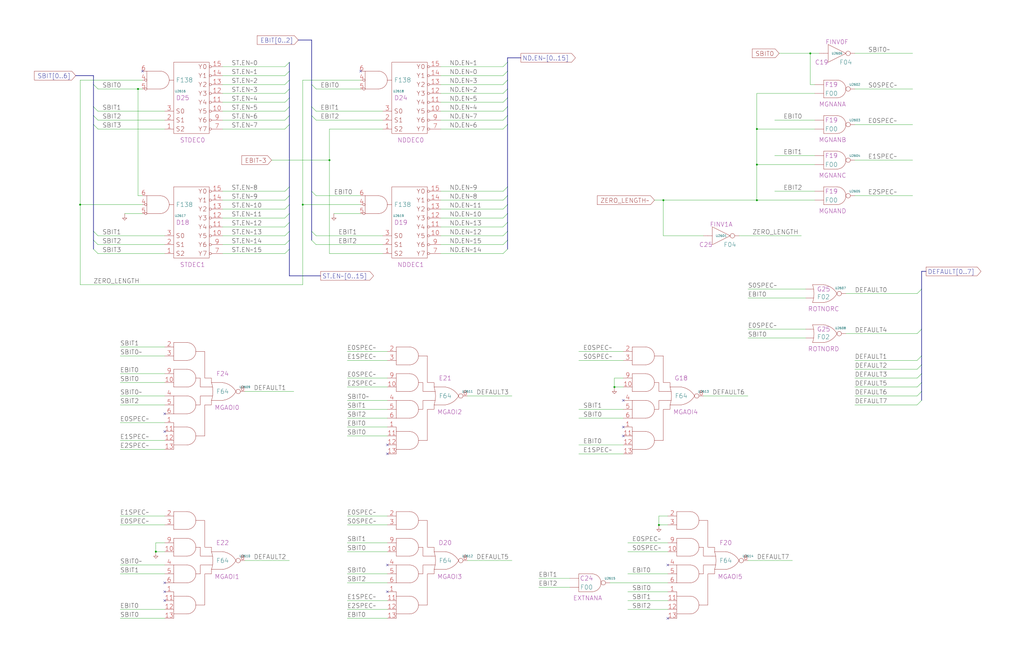
<source format=kicad_sch>
(kicad_sch (version 20230121) (generator eeschema)
  (paper "User" 584.2 378.46)
  (title_block (title "MERGE MASK BYTE CONTROL") (date "20-MAR-90") (rev "1.0") (comment 1 "FIU") (comment 2 "232-003065") (comment 3 "S400") (comment 4 "RELEASED"))
  (lib_symbols
    (symbol "r1000:F00" (pin_numbers hide) (pin_names hide)
      (property "Reference" "U" (at 15.24 0 0))
      (property "Value" "F00" (at 1.905 -5.08 0))
      (property "Location" "___" (at 1.905 0 0))
      (property "Name" "______" (at 2.54 -12.7 0))
      (symbol "F00_0_1"
        (polyline (pts (xy -2.54 -7.62) (xy 5.08 -7.62)) (stroke (width 0.1524)))
        (polyline (pts (xy -2.54 2.54) (xy -2.54 -7.62)) (stroke (width 0.1524)))
        (polyline (pts (xy -2.54 2.54) (xy 5.08 2.54)) (stroke (width 0.1524)))
        (arc (start 5.08 -7.62) (mid 10.1282 -2.54) (end 5.08 2.54) (stroke (width 0.1524)))
        (circle (center 11.43 -2.54) (radius 1.27) (stroke (width 0.1524)))
      )
      (symbol "F00_0_2"
        (circle (center -3.81 -5.08) (radius 1.27) (stroke (width 0.1524)))
        (circle (center -3.81 0) (radius 1.27) (stroke (width 0.1524)))
        (arc (start -3.175 -7.62) (mid -2.134 -2.54) (end -3.175 2.54) (stroke (width 0.1524)))
        (polyline (pts (xy -3.175 -7.62) (xy 3.81 -7.62)) (stroke (width 0.1524)))
        (polyline (pts (xy -3.175 2.54) (xy 3.81 2.54)) (stroke (width 0.1524)))
        (arc (start 3.81 -7.62) (mid 7.5855 -5.8306) (end 10.16 -2.54) (stroke (width 0.1524)))
        (arc (start 10.16 -2.54) (mid 7.5827 0.7471) (end 3.81 2.54) (stroke (width 0.1524)))
      )
      (symbol "F00_1_1"
        (pin input line (at -7.62 0 0) (length 5.08) (name "D0") (number "1"))
        (pin input line (at -7.62 -5.08 0) (length 5.08) (name "D1") (number "2"))
        (pin output line (at 15.24 -2.54 180) (length 2.54) (name "Q") (number "3"))
      )
      (symbol "F00_1_2"
        (pin input line (at -7.62 0 0) (length 2.54) (name "D0") (number "1"))
        (pin input line (at -7.62 -5.08 0) (length 2.54) (name "D1") (number "2"))
        (pin output line (at 15.24 -2.54 180) (length 5.08) (name "Q") (number "3"))
      )
    )
    (symbol "r1000:F02" (pin_numbers hide) (pin_names hide)
      (property "Reference" "U" (at 12.16 0.635 0))
      (property "Value" "F02" (at -1.27 -4.445 0))
      (property "Location" "___" (at 2.54 0 0))
      (property "Name" "______" (at 2.54 -12.7 0))
      (symbol "F02_0_1"
        (arc (start -3.81 -7.62) (mid -2.9847 -2.54) (end -3.81 2.54) (stroke (width 0.1524)))
        (polyline (pts (xy -5.08 -5.08) (xy -3.175 -5.08)) (stroke (width 0.1524)))
        (polyline (pts (xy -5.08 0) (xy -3.175 0)) (stroke (width 0.1524)))
        (polyline (pts (xy -3.81 -7.62) (xy 2.54 -7.62)) (stroke (width 0.1524)))
        (polyline (pts (xy -3.81 2.54) (xy 2.54 2.54)) (stroke (width 0.1524)))
        (polyline (pts (xy 13.97 -2.54) (xy 12.7 -2.54)) (stroke (width 0.1524)))
        (arc (start 2.54 -7.62) (mid 6.9515 -5.9823) (end 10.16 -2.54) (stroke (width 0.1524)))
        (arc (start 10.16 -2.54) (mid 6.9478 0.8966) (end 2.54 2.54) (stroke (width 0.1524)))
        (circle (center 11.43 -2.54) (radius 1.27) (stroke (width 0.1524)))
      )
      (symbol "F02_0_2"
        (circle (center -3.81 -5.08) (radius 1.27) (stroke (width 0.1524)))
        (circle (center -3.81 0) (radius 1.27) (stroke (width 0.1524)))
        (polyline (pts (xy -2.54 -7.62) (xy 5.08 -7.62)) (stroke (width 0.1524)))
        (polyline (pts (xy -2.54 2.54) (xy -2.54 -7.62)) (stroke (width 0.1524)))
        (polyline (pts (xy -2.54 2.54) (xy 5.08 2.54)) (stroke (width 0.1524)))
        (polyline (pts (xy 11.43 -2.54) (xy 10.16 -2.54)) (stroke (width 0.1524)))
        (polyline (pts (xy 11.43 -2.54) (xy 12.7 -2.54)) (stroke (width 0.1524)))
        (arc (start 5.08 -7.62) (mid 10.1282 -2.54) (end 5.08 2.54) (stroke (width 0.1524)))
      )
      (symbol "F02_1_1"
        (pin input line (at -7.62 0 0) (length 2.54) (name "D0") (number "1"))
        (pin input line (at -7.62 -5.08 0) (length 2.54) (name "D1") (number "2"))
        (pin output line (at 15.24 -2.54 180) (length 1.27) (name "Q") (number "3"))
      )
      (symbol "F02_1_2"
        (pin input line (at -7.62 0 0) (length 2.54) (name "D0") (number "1"))
        (pin input line (at -7.62 -5.08 0) (length 2.54) (name "D1") (number "2"))
        (pin output line (at 15.24 -2.54 180) (length 2.54) (name "Q") (number "3"))
      )
    )
    (symbol "r1000:F04" (pin_numbers hide) (pin_names hide)
      (property "Reference" "U" (at 0 0 0))
      (property "Value" "F04" (at 1.27 -5.08 0))
      (property "Location" "___" (at -12.7 -5.08 0))
      (property "Name" "______" (at 0 5.08 0))
      (symbol "F04_0_1"
        (polyline (pts (xy -7.62 0) (xy -5.08 0)) (stroke (width 0.1524)))
        (polyline (pts (xy -5.08 5.08) (xy -5.08 -5.08)) (stroke (width 0.1524)))
        (polyline (pts (xy 5.08 0) (xy -5.08 -5.08)) (stroke (width 0.1524)))
        (polyline (pts (xy 5.08 0) (xy -5.08 5.08)) (stroke (width 0.1524)))
        (circle (center 6.35 0) (radius 1.27) (stroke (width 0.1524)))
      )
      (symbol "F04_1_1"
        (pin input line (at -10.16 0 0) (length 2.54) (name "D0") (number "1"))
        (pin output line (at 10.16 0 180) (length 2.54) (name "Q") (number "2"))
      )
    )
    (symbol "r1000:F138" (pin_names (offset 1.016) hide)
      (property "Reference" "U" (at 1.27 3.81 0))
      (property "Value" "F138" (at -1.27 10.16 0))
      (property "Location" "___" (at -1.27 0 0))
      (property "Name" "______" (at 8.255 -24.13 0))
      (symbol "F138_0_0"
        (arc (start -10.16 5.08) (mid -6.5679 6.5679) (end -5.08 10.16) (stroke (width 0.1524)))
        (arc (start -5.08 10.16) (mid -6.5679 13.7521) (end -10.16 15.24) (stroke (width 0.1524)))
        (polyline (pts (xy -17.78 5.08) (xy -10.16 5.08)) (stroke (width 0.1524)))
        (polyline (pts (xy -17.78 15.24) (xy -10.16 15.24)) (stroke (width 0.1524)))
      )
      (symbol "F138_0_1"
        (circle (center -18.415 5.08) (radius 0.635) (stroke (width 0.1524)))
        (circle (center -18.415 10.16) (radius 0.635) (stroke (width 0.1524)))
        (rectangle (start -2.54 20.32) (end 17.78 -20.32) (stroke (width 0.1524)))
        (polyline (pts (xy -19.05 15.24) (xy -17.78 15.24)) (stroke (width 0.1524)))
        (polyline (pts (xy -17.78 15.24) (xy -17.78 5.08)) (stroke (width 0.1524)))
        (polyline (pts (xy -2.54 10.16) (xy -5.08 10.16)) (stroke (width 0.1524)))
      )
      (symbol "F138_1_1"
        (circle (center 18.415 -17.78) (radius 0.635))
        (circle (center 18.415 -12.7) (radius 0.635))
        (circle (center 18.415 -7.62) (radius 0.635))
        (circle (center 18.415 -2.54) (radius 0.635))
        (circle (center 18.415 2.54) (radius 0.635))
        (circle (center 18.415 7.62) (radius 0.635))
        (circle (center 18.415 12.7) (radius 0.635))
        (circle (center 18.415 17.78) (radius 0.635))
        (text "0" (at 2.54 -7.62 0) (effects (font (size 2.54 2.54))))
        (text "0" (at 15.24 17.78 0) (effects (font (size 2.54 2.54))))
        (text "1" (at 2.54 -12.7 0) (effects (font (size 2.54 2.54))))
        (text "1" (at 15.24 12.7 0) (effects (font (size 2.54 2.54))))
        (text "2" (at 2.54 -17.78 0) (effects (font (size 2.54 2.54))))
        (text "2" (at 15.24 7.62 0) (effects (font (size 2.54 2.54))))
        (text "3" (at 15.24 2.54 0) (effects (font (size 2.54 2.54))))
        (text "4" (at 15.24 -2.54 0) (effects (font (size 2.54 2.54))))
        (text "5" (at 15.24 -7.62 0) (effects (font (size 2.54 2.54))))
        (text "6" (at 15.24 -12.7 0) (effects (font (size 2.54 2.54))))
        (text "7" (at 15.24 -17.78 0) (effects (font (size 2.54 2.54))))
        (text "S" (at 0 -17.78 0) (effects (font (size 2.54 2.54))))
        (text "S" (at 0 -12.7 0) (effects (font (size 2.54 2.54))))
        (text "S" (at 0 -7.62 0) (effects (font (size 2.54 2.54))))
        (text "Y" (at 12.7 -17.78 0) (effects (font (size 2.54 2.54))))
        (text "Y" (at 12.7 -12.7 0) (effects (font (size 2.54 2.54))))
        (text "Y" (at 12.7 -7.62 0) (effects (font (size 2.54 2.54))))
        (text "Y" (at 12.7 -2.54 0) (effects (font (size 2.54 2.54))))
        (text "Y" (at 12.7 2.54 0) (effects (font (size 2.54 2.54))))
        (text "Y" (at 12.7 7.62 0) (effects (font (size 2.54 2.54))))
        (text "Y" (at 12.7 12.7 0) (effects (font (size 2.54 2.54))))
        (text "Y" (at 12.7 17.78 0) (effects (font (size 2.54 2.54))))
        (pin input line (at -7.62 -17.78 0) (length 5.08) (name "S2") (number "1"))
        (pin output line (at 25.4 -7.62 180) (length 6.35) (name "Y5_") (number "10"))
        (pin output line (at 25.4 -2.54 180) (length 6.35) (name "Y4_") (number "11"))
        (pin output line (at 25.4 2.54 180) (length 6.35) (name "Y3_") (number "12"))
        (pin output line (at 25.4 7.62 180) (length 6.35) (name "Y2_") (number "13"))
        (pin output line (at 25.4 12.7 180) (length 6.35) (name "Y1_") (number "14"))
        (pin output line (at 25.4 17.78 180) (length 6.35) (name "Y0_") (number "15"))
        (pin input line (at -7.62 -12.7 0) (length 5.08) (name "S1") (number "2"))
        (pin input line (at -7.62 -7.62 0) (length 5.08) (name "S0") (number "3"))
        (pin input line (at -20.32 10.16 0) (length 1.27) (name "D1") (number "4"))
        (pin input line (at -20.32 5.08 0) (length 1.27) (name "D2") (number "5"))
        (pin input line (at -20.32 15.24 0) (length 1.27) (name "D0") (number "6"))
        (pin output line (at 25.4 -17.78 180) (length 6.35) (name "Y7_") (number "7"))
        (pin output line (at 25.4 -12.7 180) (length 6.35) (name "Y6_") (number "9"))
      )
    )
    (symbol "r1000:F64" (pin_names hide)
      (property "Reference" "U" (at 15.24 2.54 0))
      (property "Value" "F64" (at 2.54 0 0))
      (property "Location" "___" (at 2.54 10.16 0))
      (property "Name" "______" (at 5.08 -10.62 0))
      (symbol "F64_0_0"
        (arc (start -17.78 -30.48) (mid -14.1879 -28.9921) (end -12.7 -25.4) (stroke (width 0.1524)))
        (arc (start -17.78 -12.7) (mid -14.1879 -11.2121) (end -12.7 -7.62) (stroke (width 0.1524)))
        (arc (start -17.78 2.54) (mid -14.1879 4.0279) (end -12.7 7.62) (stroke (width 0.1524)))
        (arc (start -17.78 17.78) (mid -14.1879 19.2679) (end -12.7 22.86) (stroke (width 0.1524)))
        (arc (start -12.7 -25.4) (mid -14.1879 -21.8079) (end -17.78 -20.32) (stroke (width 0.1524)))
        (arc (start -12.7 -7.62) (mid -14.1879 -4.0279) (end -17.78 -2.54) (stroke (width 0.1524)))
        (arc (start -12.7 7.62) (mid -14.1879 11.2121) (end -17.78 12.7) (stroke (width 0.1524)))
        (arc (start -12.7 22.86) (mid -14.1879 26.4521) (end -17.78 27.94) (stroke (width 0.1524)))
        (arc (start -3.8173 -5.08) (mid -2.9926 0) (end -3.8173 5.08) (stroke (width 0.1524)))
        (polyline (pts (xy -25.4 -30.48) (xy -17.78 -30.48)) (stroke (width 0.1524)))
        (polyline (pts (xy -25.4 -20.32) (xy -17.78 -20.32)) (stroke (width 0.1524)))
        (polyline (pts (xy -25.4 -12.7) (xy -17.78 -12.7)) (stroke (width 0.1524)))
        (polyline (pts (xy -25.4 -2.54) (xy -17.78 -2.54)) (stroke (width 0.1524)))
        (polyline (pts (xy -25.4 2.54) (xy -17.78 2.54)) (stroke (width 0.1524)))
        (polyline (pts (xy -25.4 12.7) (xy -17.78 12.7)) (stroke (width 0.1524)))
        (polyline (pts (xy -25.4 17.78) (xy -17.78 17.78)) (stroke (width 0.1524)))
        (polyline (pts (xy -25.4 27.94) (xy -17.78 27.94)) (stroke (width 0.1524)))
        (polyline (pts (xy -3.81 -5.08) (xy 2.54 -5.08)) (stroke (width 0.1524)))
        (polyline (pts (xy -3.81 5.08) (xy 2.54 5.08)) (stroke (width 0.1524)))
        (arc (start 2.54 -5.08) (mid 6.9504 -3.4405) (end 10.16 0) (stroke (width 0.1524)))
        (arc (start 10.16 0) (mid 6.9516 3.4424) (end 2.54 5.08) (stroke (width 0.1524)))
        (circle (center 11.43 0) (radius 1.27) (stroke (width 0.1524)))
      )
      (symbol "F64_0_1"
        (polyline (pts (xy -25.4 -33.02) (xy -25.4 -30.48)) (stroke (width 0.1524)))
        (polyline (pts (xy -25.4 -20.32) (xy -25.4 -30.48)) (stroke (width 0.1524)))
        (polyline (pts (xy -25.4 -17.78) (xy -25.4 -20.32)) (stroke (width 0.1524)))
        (polyline (pts (xy -25.4 -2.54) (xy -25.4 -12.7)) (stroke (width 0.1524)))
        (polyline (pts (xy -25.4 12.7) (xy -25.4 2.54)) (stroke (width 0.1524)))
        (polyline (pts (xy -25.4 27.94) (xy -25.4 17.78)) (stroke (width 0.1524)))
        (polyline (pts (xy -12.7 -7.62) (xy -12.7 -7.62)) (stroke (width 0.1524)))
        (polyline (pts (xy -5.08 -2.54) (xy -3.175 -2.54)) (stroke (width 0.1524)))
        (polyline (pts (xy -5.08 2.54) (xy -3.175 2.54)) (stroke (width 0.1524)))
        (polyline (pts (xy -12.7 -7.62) (xy -10.16 -7.62) (xy -10.16 -2.54) (xy -5.08 -2.54)) (stroke (width 0.1524)))
        (polyline (pts (xy -12.7 7.62) (xy -10.16 7.62) (xy -10.16 2.54) (xy -5.08 2.54)) (stroke (width 0.1524)))
        (polyline (pts (xy -3.81 -5.08) (xy -3.81 -7.62) (xy -7.62 -7.62) (xy -7.62 -25.4) (xy -12.7 -25.4)) (stroke (width 0.1524)))
        (polyline (pts (xy -3.81 5.08) (xy -3.81 7.62) (xy -7.62 7.62) (xy -7.62 22.86) (xy -12.7 22.86)) (stroke (width 0.1524)))
      )
      (symbol "F64_1_1"
        (pin input line (at -30.48 -17.78 0) (length 5.08) (name "D0") (number "1"))
        (pin input line (at -30.48 5.08 0) (length 5.08) (name "B1") (number "10"))
        (pin input line (at -30.48 -22.86 0) (length 5.08) (name "D1") (number "11"))
        (pin input line (at -30.48 -27.94 0) (length 5.08) (name "D2") (number "12"))
        (pin input line (at -30.48 -33.02 0) (length 5.08) (name "D3") (number "13"))
        (pin input line (at -30.48 25.4 0) (length 5.08) (name "A0") (number "2"))
        (pin input line (at -30.48 20.32 0) (length 5.08) (name "A1") (number "3"))
        (pin input line (at -30.48 -2.54 0) (length 5.08) (name "C0") (number "4"))
        (pin input line (at -30.48 -7.62 0) (length 5.08) (name "C1") (number "5"))
        (pin input line (at -30.48 -12.7 0) (length 5.08) (name "C2") (number "6"))
        (pin output line (at 15.24 0 180) (length 2.54) (name "Q") (number "8"))
        (pin input line (at -30.48 10.16 0) (length 5.08) (name "B0") (number "9"))
      )
    )
    (symbol "r1000:PD" (power) (pin_numbers hide) (pin_names hide) (in_bom no)
      (symbol "PD_0_1"
        (polyline (pts (xy 0 -2.54) (xy 1.27 -2.54) (xy 0 -3.81) (xy -1.27 -2.54) (xy 0 -2.54)) (stroke (width 0.1524)))
      )
      (symbol "PD_1_1"
        (pin power_in line (at 0 0 270) (length 2.54) (name "PD") (number "1"))
      )
    )
  )
  (junction (at 172.72 116.84))
  (junction (at 187.96 91.44))
  (junction (at 78.74 50.8))
  (junction (at 375.92 299.72))
  (junction (at 88.9 314.96))
  (junction (at 462.28 30.48))
  (junction (at 431.8 73.66))
  (junction (at 431.8 114.3))
  (junction (at 378.46 114.3))
  (junction (at 45.72 116.84))
  (junction (at 431.8 93.98))
  (junction (at 350.52 220.98))
  (no_connect (at 93.98 236.22))
  (no_connect (at 355.6 248.92))
  (no_connect (at 355.6 243.84))
  (no_connect (at 205.74 40.64))
  (no_connect (at 220.98 259.08))
  (no_connect (at 93.98 342.9))
  (no_connect (at 220.98 322.58))
  (no_connect (at 93.98 332.74))
  (no_connect (at 93.98 337.82))
  (no_connect (at 81.28 40.64))
  (no_connect (at 220.98 337.82))
  (no_connect (at 220.98 254))
  (no_connect (at 355.6 228.6))
  (no_connect (at 381 322.58))
  (no_connect (at 93.98 246.38))
  (no_connect (at 381 353.06))
  (bus_entry (at 165.1 60.96) (size -2.54 2.54))
  (bus_entry (at 525.78 165.1) (size -2.54 2.54))
  (bus_entry (at 289.56 106.68) (size -2.54 2.54))
  (bus_entry (at 165.1 137.16) (size -2.54 2.54))
  (bus_entry (at 53.34 142.24) (size 2.54 2.54))
  (bus_entry (at 289.56 50.8) (size -2.54 2.54))
  (bus_entry (at 53.34 71.12) (size 2.54 2.54))
  (bus_entry (at 525.78 187.96) (size -2.54 2.54))
  (bus_entry (at 525.78 208.28) (size -2.54 2.54))
  (bus_entry (at 165.1 121.92) (size -2.54 2.54))
  (bus_entry (at 53.34 48.26) (size 2.54 2.54))
  (bus_entry (at 289.56 60.96) (size -2.54 2.54))
  (bus_entry (at 289.56 127) (size -2.54 2.54))
  (bus_entry (at 53.34 132.08) (size 2.54 2.54))
  (bus_entry (at 289.56 137.16) (size -2.54 2.54))
  (bus_entry (at 53.34 60.96) (size 2.54 2.54))
  (bus_entry (at 165.1 66.04) (size -2.54 2.54))
  (bus_entry (at 289.56 142.24) (size -2.54 2.54))
  (bus_entry (at 289.56 40.64) (size -2.54 2.54))
  (bus_entry (at 165.1 111.76) (size -2.54 2.54))
  (bus_entry (at 165.1 132.08) (size -2.54 2.54))
  (bus_entry (at 165.1 116.84) (size -2.54 2.54))
  (bus_entry (at 289.56 121.92) (size -2.54 2.54))
  (bus_entry (at 165.1 40.64) (size -2.54 2.54))
  (bus_entry (at 177.8 48.26) (size 2.54 2.54))
  (bus_entry (at 165.1 142.24) (size -2.54 2.54))
  (bus_entry (at 177.8 137.16) (size 2.54 2.54))
  (bus_entry (at 165.1 50.8) (size -2.54 2.54))
  (bus_entry (at 165.1 55.88) (size -2.54 2.54))
  (bus_entry (at 525.78 218.44) (size -2.54 2.54))
  (bus_entry (at 289.56 55.88) (size -2.54 2.54))
  (bus_entry (at 525.78 213.36) (size -2.54 2.54))
  (bus_entry (at 53.34 137.16) (size 2.54 2.54))
  (bus_entry (at 165.1 45.72) (size -2.54 2.54))
  (bus_entry (at 53.34 66.04) (size 2.54 2.54))
  (bus_entry (at 177.8 109.22) (size 2.54 2.54))
  (bus_entry (at 525.78 228.6) (size -2.54 2.54))
  (bus_entry (at 165.1 71.12) (size -2.54 2.54))
  (bus_entry (at 289.56 35.56) (size -2.54 2.54))
  (bus_entry (at 177.8 60.96) (size 2.54 2.54))
  (bus_entry (at 177.8 66.04) (size 2.54 2.54))
  (bus_entry (at 289.56 111.76) (size -2.54 2.54))
  (bus_entry (at 289.56 45.72) (size -2.54 2.54))
  (bus_entry (at 525.78 223.52) (size -2.54 2.54))
  (bus_entry (at 165.1 127) (size -2.54 2.54))
  (bus_entry (at 289.56 66.04) (size -2.54 2.54))
  (bus_entry (at 289.56 116.84) (size -2.54 2.54))
  (bus_entry (at 289.56 132.08) (size -2.54 2.54))
  (bus_entry (at 525.78 203.2) (size -2.54 2.54))
  (bus_entry (at 289.56 71.12) (size -2.54 2.54))
  (bus_entry (at 165.1 35.56) (size -2.54 2.54))
  (bus_entry (at 177.8 132.08) (size 2.54 2.54))
  (bus_entry (at 165.1 106.68) (size -2.54 2.54))
  (wire (pts (xy 68.58 203.2) (xy 93.98 203.2)))
  (bus (pts (xy 289.56 132.08) (xy 289.56 137.16)))
  (bus (pts (xy 289.56 121.92) (xy 289.56 127)))
  (bus (pts (xy 43.18 43.18) (xy 53.34 43.18)))
  (wire (pts (xy 218.44 73.66) (xy 187.96 73.66)))
  (wire (pts (xy 441.96 68.58) (xy 464.82 68.58)))
  (wire (pts (xy 375.92 294.64) (xy 375.92 299.72)))
  (bus (pts (xy 165.1 157.48) (xy 182.88 157.48)))
  (wire (pts (xy 251.46 48.26) (xy 287.02 48.26)))
  (bus (pts (xy 525.78 223.52) (xy 525.78 228.6)))
  (wire (pts (xy 375.92 299.72) (xy 381 299.72)))
  (wire (pts (xy 68.58 327.66) (xy 93.98 327.66)))
  (wire (pts (xy 180.34 68.58) (xy 218.44 68.58)))
  (wire (pts (xy 482.6 167.64) (xy 523.24 167.64)))
  (wire (pts (xy 464.82 53.34) (xy 431.8 53.34)))
  (wire (pts (xy 172.72 45.72) (xy 205.74 45.72)))
  (wire (pts (xy 251.46 134.62) (xy 287.02 134.62)))
  (wire (pts (xy 330.2 238.76) (xy 355.6 238.76)))
  (wire (pts (xy 127 139.7) (xy 162.56 139.7)))
  (wire (pts (xy 431.8 93.98) (xy 431.8 114.3)))
  (wire (pts (xy 198.12 248.92) (xy 220.98 248.92)))
  (wire (pts (xy 251.46 53.34) (xy 287.02 53.34)))
  (bus (pts (xy 289.56 33.02) (xy 289.56 35.56)))
  (wire (pts (xy 127 43.18) (xy 162.56 43.18)))
  (wire (pts (xy 218.44 144.78) (xy 187.96 144.78)))
  (wire (pts (xy 251.46 68.58) (xy 287.02 68.58)))
  (wire (pts (xy 381 327.66) (xy 358.14 327.66)))
  (wire (pts (xy 378.46 114.3) (xy 431.8 114.3)))
  (bus (pts (xy 289.56 66.04) (xy 289.56 71.12)))
  (wire (pts (xy 431.8 73.66) (xy 431.8 93.98)))
  (wire (pts (xy 421.64 134.62) (xy 457.2 134.62)))
  (wire (pts (xy 55.88 73.66) (xy 93.98 73.66)))
  (wire (pts (xy 81.28 45.72) (xy 45.72 45.72)))
  (wire (pts (xy 68.58 353.06) (xy 93.98 353.06)))
  (bus (pts (xy 165.1 111.76) (xy 165.1 116.84)))
  (wire (pts (xy 68.58 347.98) (xy 93.98 347.98)))
  (wire (pts (xy 358.14 347.98) (xy 381 347.98)))
  (wire (pts (xy 198.12 314.96) (xy 220.98 314.96)))
  (bus (pts (xy 289.56 33.02) (xy 297.18 33.02)))
  (wire (pts (xy 93.98 226.06) (xy 68.58 226.06)))
  (wire (pts (xy 93.98 299.72) (xy 68.58 299.72)))
  (wire (pts (xy 68.58 251.46) (xy 93.98 251.46)))
  (wire (pts (xy 55.88 139.7) (xy 93.98 139.7)))
  (wire (pts (xy 198.12 299.72) (xy 220.98 299.72)))
  (bus (pts (xy 53.34 60.96) (xy 53.34 66.04)))
  (bus (pts (xy 525.78 154.94) (xy 525.78 165.1)))
  (bus (pts (xy 177.8 60.96) (xy 177.8 66.04)))
  (wire (pts (xy 330.2 259.08) (xy 355.6 259.08)))
  (wire (pts (xy 127 58.42) (xy 162.56 58.42)))
  (wire (pts (xy 251.46 38.1) (xy 287.02 38.1)))
  (bus (pts (xy 289.56 50.8) (xy 289.56 55.88)))
  (wire (pts (xy 198.12 233.68) (xy 220.98 233.68)))
  (wire (pts (xy 127 129.54) (xy 162.56 129.54)))
  (wire (pts (xy 431.8 114.3) (xy 464.82 114.3)))
  (bus (pts (xy 53.34 43.18) (xy 53.34 48.26)))
  (wire (pts (xy 198.12 220.98) (xy 220.98 220.98)))
  (wire (pts (xy 190.5 121.92) (xy 205.74 121.92)))
  (wire (pts (xy 71.12 121.92) (xy 81.28 121.92)))
  (wire (pts (xy 127 73.66) (xy 162.56 73.66)))
  (bus (pts (xy 165.1 116.84) (xy 165.1 121.92)))
  (bus (pts (xy 177.8 22.86) (xy 177.8 48.26)))
  (wire (pts (xy 198.12 238.76) (xy 220.98 238.76)))
  (wire (pts (xy 127 124.46) (xy 162.56 124.46)))
  (bus (pts (xy 165.1 60.96) (xy 165.1 66.04)))
  (bus (pts (xy 177.8 48.26) (xy 177.8 60.96)))
  (bus (pts (xy 289.56 55.88) (xy 289.56 60.96)))
  (wire (pts (xy 401.32 226.06) (xy 426.72 226.06)))
  (wire (pts (xy 464.82 48.26) (xy 462.28 48.26)))
  (wire (pts (xy 355.6 215.9) (xy 350.52 215.9)))
  (bus (pts (xy 289.56 106.68) (xy 289.56 111.76)))
  (wire (pts (xy 251.46 58.42) (xy 287.02 58.42)))
  (wire (pts (xy 139.7 320.04) (xy 165.1 320.04)))
  (bus (pts (xy 165.1 40.64) (xy 165.1 45.72)))
  (bus (pts (xy 525.78 208.28) (xy 525.78 213.36)))
  (wire (pts (xy 462.28 30.48) (xy 462.28 48.26)))
  (wire (pts (xy 487.68 215.9) (xy 523.24 215.9)))
  (wire (pts (xy 205.74 116.84) (xy 172.72 116.84)))
  (bus (pts (xy 165.1 121.92) (xy 165.1 127)))
  (bus (pts (xy 289.56 137.16) (xy 289.56 142.24)))
  (wire (pts (xy 251.46 109.22) (xy 287.02 109.22)))
  (wire (pts (xy 93.98 294.64) (xy 68.58 294.64)))
  (bus (pts (xy 177.8 66.04) (xy 177.8 109.22)))
  (wire (pts (xy 187.96 144.78) (xy 187.96 91.44)))
  (wire (pts (xy 266.7 226.06) (xy 292.1 226.06)))
  (wire (pts (xy 180.34 134.62) (xy 218.44 134.62)))
  (wire (pts (xy 251.46 114.3) (xy 287.02 114.3)))
  (bus (pts (xy 165.1 66.04) (xy 165.1 71.12)))
  (wire (pts (xy 330.2 254) (xy 355.6 254)))
  (wire (pts (xy 172.72 116.84) (xy 172.72 162.56)))
  (wire (pts (xy 198.12 353.06) (xy 220.98 353.06)))
  (bus (pts (xy 53.34 66.04) (xy 53.34 71.12)))
  (wire (pts (xy 426.72 170.18) (xy 459.74 170.18)))
  (wire (pts (xy 350.52 220.98) (xy 355.6 220.98)))
  (wire (pts (xy 487.68 220.98) (xy 523.24 220.98)))
  (wire (pts (xy 198.12 200.66) (xy 220.98 200.66)))
  (wire (pts (xy 350.52 215.9) (xy 350.52 220.98)))
  (bus (pts (xy 53.34 132.08) (xy 53.34 137.16)))
  (bus (pts (xy 289.56 127) (xy 289.56 132.08)))
  (wire (pts (xy 330.2 205.74) (xy 355.6 205.74)))
  (bus (pts (xy 165.1 132.08) (xy 165.1 137.16)))
  (wire (pts (xy 127 38.1) (xy 162.56 38.1)))
  (wire (pts (xy 180.34 111.76) (xy 205.74 111.76)))
  (bus (pts (xy 165.1 142.24) (xy 165.1 157.48)))
  (wire (pts (xy 127 53.34) (xy 162.56 53.34)))
  (wire (pts (xy 198.12 332.74) (xy 220.98 332.74)))
  (wire (pts (xy 487.68 111.76) (xy 520.7 111.76)))
  (bus (pts (xy 165.1 50.8) (xy 165.1 55.88)))
  (wire (pts (xy 358.14 309.88) (xy 381 309.88)))
  (wire (pts (xy 88.9 309.88) (xy 88.9 314.96)))
  (wire (pts (xy 307.34 335.28) (xy 325.12 335.28)))
  (wire (pts (xy 220.98 327.66) (xy 198.12 327.66)))
  (wire (pts (xy 487.68 50.8) (xy 520.7 50.8)))
  (wire (pts (xy 68.58 213.36) (xy 93.98 213.36)))
  (bus (pts (xy 53.34 48.26) (xy 53.34 60.96)))
  (wire (pts (xy 347.98 332.74) (xy 381 332.74)))
  (bus (pts (xy 525.78 154.94) (xy 528.32 154.94)))
  (wire (pts (xy 127 109.22) (xy 162.56 109.22)))
  (wire (pts (xy 220.98 294.64) (xy 198.12 294.64)))
  (wire (pts (xy 431.8 93.98) (xy 464.82 93.98)))
  (wire (pts (xy 482.6 190.5) (xy 523.24 190.5)))
  (wire (pts (xy 127 114.3) (xy 162.56 114.3)))
  (wire (pts (xy 172.72 45.72) (xy 172.72 116.84)))
  (wire (pts (xy 251.46 63.5) (xy 287.02 63.5)))
  (wire (pts (xy 68.58 322.58) (xy 93.98 322.58)))
  (wire (pts (xy 81.28 111.76) (xy 78.74 111.76)))
  (wire (pts (xy 251.46 73.66) (xy 287.02 73.66)))
  (wire (pts (xy 444.5 30.48) (xy 462.28 30.48)))
  (wire (pts (xy 127 63.5) (xy 162.56 63.5)))
  (wire (pts (xy 426.72 193.04) (xy 459.74 193.04)))
  (bus (pts (xy 165.1 55.88) (xy 165.1 60.96)))
  (bus (pts (xy 165.1 35.56) (xy 165.1 40.64)))
  (wire (pts (xy 330.2 233.68) (xy 355.6 233.68)))
  (wire (pts (xy 45.72 162.56) (xy 172.72 162.56)))
  (wire (pts (xy 431.8 53.34) (xy 431.8 73.66)))
  (wire (pts (xy 127 144.78) (xy 162.56 144.78)))
  (wire (pts (xy 45.72 116.84) (xy 45.72 162.56)))
  (wire (pts (xy 78.74 111.76) (xy 78.74 50.8)))
  (wire (pts (xy 358.14 314.96) (xy 381 314.96)))
  (wire (pts (xy 127 68.58) (xy 162.56 68.58)))
  (wire (pts (xy 426.72 320.04) (xy 452.12 320.04)))
  (wire (pts (xy 127 48.26) (xy 162.56 48.26)))
  (wire (pts (xy 68.58 256.54) (xy 93.98 256.54)))
  (wire (pts (xy 198.12 205.74) (xy 220.98 205.74)))
  (bus (pts (xy 525.78 187.96) (xy 525.78 203.2)))
  (wire (pts (xy 127 134.62) (xy 162.56 134.62)))
  (wire (pts (xy 55.88 63.5) (xy 93.98 63.5)))
  (bus (pts (xy 525.78 218.44) (xy 525.78 223.52)))
  (bus (pts (xy 525.78 165.1) (xy 525.78 187.96)))
  (wire (pts (xy 68.58 198.12) (xy 93.98 198.12)))
  (wire (pts (xy 55.88 68.58) (xy 93.98 68.58)))
  (wire (pts (xy 487.68 210.82) (xy 523.24 210.82)))
  (wire (pts (xy 55.88 134.62) (xy 93.98 134.62)))
  (wire (pts (xy 441.96 88.9) (xy 464.82 88.9)))
  (bus (pts (xy 289.56 71.12) (xy 289.56 106.68)))
  (wire (pts (xy 198.12 309.88) (xy 220.98 309.88)))
  (wire (pts (xy 426.72 165.1) (xy 459.74 165.1)))
  (wire (pts (xy 55.88 144.78) (xy 93.98 144.78)))
  (bus (pts (xy 289.56 45.72) (xy 289.56 50.8)))
  (wire (pts (xy 68.58 218.44) (xy 93.98 218.44)))
  (wire (pts (xy 330.2 200.66) (xy 355.6 200.66)))
  (bus (pts (xy 289.56 111.76) (xy 289.56 116.84)))
  (wire (pts (xy 93.98 309.88) (xy 88.9 309.88)))
  (wire (pts (xy 187.96 91.44) (xy 154.94 91.44)))
  (wire (pts (xy 266.7 320.04) (xy 292.1 320.04)))
  (wire (pts (xy 55.88 50.8) (xy 78.74 50.8)))
  (wire (pts (xy 78.74 50.8) (xy 81.28 50.8)))
  (wire (pts (xy 462.28 30.48) (xy 467.36 30.48)))
  (bus (pts (xy 165.1 71.12) (xy 165.1 106.68)))
  (wire (pts (xy 487.68 205.74) (xy 523.24 205.74)))
  (wire (pts (xy 68.58 231.14) (xy 93.98 231.14)))
  (wire (pts (xy 381 342.9) (xy 358.14 342.9)))
  (wire (pts (xy 198.12 228.6) (xy 220.98 228.6)))
  (bus (pts (xy 53.34 137.16) (xy 53.34 142.24)))
  (wire (pts (xy 401.32 134.62) (xy 378.46 134.62)))
  (wire (pts (xy 426.72 187.96) (xy 459.74 187.96)))
  (wire (pts (xy 45.72 45.72) (xy 45.72 116.84)))
  (wire (pts (xy 139.7 223.52) (xy 167.64 223.52)))
  (bus (pts (xy 165.1 137.16) (xy 165.1 142.24)))
  (wire (pts (xy 187.96 73.66) (xy 187.96 91.44)))
  (wire (pts (xy 307.34 330.2) (xy 325.12 330.2)))
  (bus (pts (xy 165.1 45.72) (xy 165.1 50.8)))
  (bus (pts (xy 289.56 116.84) (xy 289.56 121.92)))
  (wire (pts (xy 45.72 116.84) (xy 81.28 116.84)))
  (bus (pts (xy 525.78 203.2) (xy 525.78 208.28)))
  (wire (pts (xy 251.46 129.54) (xy 287.02 129.54)))
  (wire (pts (xy 378.46 134.62) (xy 378.46 114.3)))
  (wire (pts (xy 127 119.38) (xy 162.56 119.38)))
  (bus (pts (xy 177.8 132.08) (xy 177.8 137.16)))
  (wire (pts (xy 198.12 243.84) (xy 220.98 243.84)))
  (wire (pts (xy 220.98 342.9) (xy 198.12 342.9)))
  (bus (pts (xy 177.8 109.22) (xy 177.8 132.08)))
  (bus (pts (xy 53.34 71.12) (xy 53.34 132.08)))
  (bus (pts (xy 289.56 40.64) (xy 289.56 45.72)))
  (wire (pts (xy 487.68 30.48) (xy 520.7 30.48)))
  (wire (pts (xy 441.96 109.22) (xy 464.82 109.22)))
  (bus (pts (xy 289.56 35.56) (xy 289.56 40.64)))
  (bus (pts (xy 289.56 60.96) (xy 289.56 66.04)))
  (wire (pts (xy 88.9 314.96) (xy 93.98 314.96)))
  (wire (pts (xy 487.68 231.14) (xy 523.24 231.14)))
  (wire (pts (xy 487.68 91.44) (xy 520.7 91.44)))
  (wire (pts (xy 487.68 71.12) (xy 520.7 71.12)))
  (bus (pts (xy 165.1 106.68) (xy 165.1 111.76)))
  (bus (pts (xy 170.18 22.86) (xy 177.8 22.86)))
  (wire (pts (xy 251.46 43.18) (xy 287.02 43.18)))
  (wire (pts (xy 251.46 124.46) (xy 287.02 124.46)))
  (wire (pts (xy 198.12 215.9) (xy 220.98 215.9)))
  (wire (pts (xy 180.34 63.5) (xy 218.44 63.5)))
  (wire (pts (xy 431.8 73.66) (xy 464.82 73.66)))
  (wire (pts (xy 180.34 50.8) (xy 205.74 50.8)))
  (wire (pts (xy 220.98 347.98) (xy 198.12 347.98)))
  (bus (pts (xy 165.1 127) (xy 165.1 132.08)))
  (wire (pts (xy 381 337.82) (xy 358.14 337.82)))
  (wire (pts (xy 68.58 241.3) (xy 93.98 241.3)))
  (wire (pts (xy 487.68 226.06) (xy 523.24 226.06)))
  (wire (pts (xy 180.34 139.7) (xy 218.44 139.7)))
  (wire (pts (xy 373.38 114.3) (xy 378.46 114.3)))
  (wire (pts (xy 381 294.64) (xy 375.92 294.64)))
  (wire (pts (xy 251.46 144.78) (xy 287.02 144.78)))
  (bus (pts (xy 525.78 213.36) (xy 525.78 218.44)))
  (wire (pts (xy 251.46 139.7) (xy 287.02 139.7)))
  (wire (pts (xy 251.46 119.38) (xy 287.02 119.38)))
  (label "ST.EN~10" (at 132.08 119.38 0) (effects (font (size 2.54 2.54))))
  (label "DEFAULT1" (at 144.78 223.52 0) (effects (font (size 2.54 2.54))))
  (label "EBIT0" (at 360.68 327.66 0) (effects (font (size 2.54 2.54))))
  (label "ND.EN~10" (at 256.54 124.46 0) (effects (font (size 2.54 2.54))))
  (label "SBIT0" (at 68.58 218.44 0) (effects (font (size 2.54 2.54))))
  (label "EBIT1" (at 307.34 330.2 0) (effects (font (size 2.54 2.54))))
  (label "E0SPEC~" (at 198.12 200.66 0) (effects (font (size 2.54 2.54))))
  (label "ND.EN~5" (at 256.54 58.42 0) (effects (font (size 2.54 2.54))))
  (label "ND.EN~7" (at 256.54 68.58 0) (effects (font (size 2.54 2.54))))
  (label "ND.EN~12" (at 256.54 134.62 0) (effects (font (size 2.54 2.54))))
  (label "ND.EN~9" (at 256.54 109.22 0) (effects (font (size 2.54 2.54))))
  (label "S0SPEC~" (at 426.72 165.1 0) (effects (font (size 2.54 2.54))))
  (label "EBIT0" (at 198.12 353.06 0) (effects (font (size 2.54 2.54))))
  (label "E2SPEC~" (at 495.3 111.76 0) (effects (font (size 2.54 2.54))))
  (label "SBIT0" (at 198.12 314.96 0) (effects (font (size 2.54 2.54))))
  (label "ZERO_LENGTH" (at 53.34 162.56 0) (effects (font (size 2.54 2.54))))
  (label "DEFAULT5" (at 487.68 220.98 0) (effects (font (size 2.54 2.54))))
  (label "EBIT1" (at 193.04 134.62 0) (effects (font (size 2.54 2.54))))
  (label "SBIT1" (at 332.74 233.68 0) (effects (font (size 2.54 2.54))))
  (label "ST.EN~5" (at 132.08 63.5 0) (effects (font (size 2.54 2.54))))
  (label "E0SPEC~" (at 68.58 241.3 0) (effects (font (size 2.54 2.54))))
  (label "SBIT0" (at 360.68 337.82 0) (effects (font (size 2.54 2.54))))
  (label "SBIT2" (at 58.42 139.7 0) (effects (font (size 2.54 2.54))))
  (label "SBIT3" (at 58.42 73.66 0) (effects (font (size 2.54 2.54))))
  (label "EBIT2" (at 182.88 68.58 0) (effects (font (size 2.54 2.54))))
  (label "SBIT0~" (at 198.12 228.6 0) (effects (font (size 2.54 2.54))))
  (label "S0SPEC~" (at 360.68 314.96 0) (effects (font (size 2.54 2.54))))
  (label "SBIT0~" (at 68.58 203.2 0) (effects (font (size 2.54 2.54))))
  (label "E0SPEC~" (at 332.74 200.66 0) (effects (font (size 2.54 2.54))))
  (label "SBIT2" (at 58.42 68.58 0) (effects (font (size 2.54 2.54))))
  (label "EBIT0" (at 447.04 68.58 0) (effects (font (size 2.54 2.54))))
  (label "S0SPEC~" (at 332.74 205.74 0) (effects (font (size 2.54 2.54))))
  (label "SBIT0~" (at 68.58 226.06 0) (effects (font (size 2.54 2.54))))
  (label "SBIT0" (at 198.12 248.92 0) (effects (font (size 2.54 2.54))))
  (label "E1SPEC~" (at 495.3 91.44 0) (effects (font (size 2.54 2.54))))
  (label "DEFAULT6" (at 487.68 226.06 0) (effects (font (size 2.54 2.54))))
  (label "E0SPEC~" (at 426.72 187.96 0) (effects (font (size 2.54 2.54))))
  (label "ND.EN~1" (at 256.54 38.1 0) (effects (font (size 2.54 2.54))))
  (label "ST.EN~13" (at 132.08 134.62 0) (effects (font (size 2.54 2.54))))
  (label "ST.EN~11" (at 132.08 124.46 0) (effects (font (size 2.54 2.54))))
  (label "SBIT1" (at 58.42 63.5 0) (effects (font (size 2.54 2.54))))
  (label "ND.EN~11" (at 256.54 119.38 0) (effects (font (size 2.54 2.54))))
  (label "E1SPEC~" (at 332.74 259.08 0) (effects (font (size 2.54 2.54))))
  (label "SBIT1" (at 68.58 198.12 0) (effects (font (size 2.54 2.54))))
  (label "ST.EN~14" (at 132.08 139.7 0) (effects (font (size 2.54 2.54))))
  (label "SBIT1" (at 198.12 233.68 0) (effects (font (size 2.54 2.54))))
  (label "E0SPEC~" (at 198.12 294.64 0) (effects (font (size 2.54 2.54))))
  (label "ND.EN~6" (at 256.54 73.66 0) (effects (font (size 2.54 2.54))))
  (label "E2SPEC~" (at 198.12 347.98 0) (effects (font (size 2.54 2.54))))
  (label "SBIT0" (at 58.42 50.8 0) (effects (font (size 2.54 2.54))))
  (label "SBIT2" (at 68.58 231.14 0) (effects (font (size 2.54 2.54))))
  (label "ND.EN~3" (at 256.54 48.26 0) (effects (font (size 2.54 2.54))))
  (label "S0SPEC~" (at 495.3 50.8 0) (effects (font (size 2.54 2.54))))
  (label "ND.EN~2" (at 256.54 53.34 0) (effects (font (size 2.54 2.54))))
  (label "DEFAULT2" (at 144.78 320.04 0) (effects (font (size 2.54 2.54))))
  (label "EBIT0" (at 426.72 170.18 0) (effects (font (size 2.54 2.54))))
  (label "DEFAULT7" (at 431.8 320.04 0) (effects (font (size 2.54 2.54))))
  (label "ST.EN~9" (at 132.08 114.3 0) (effects (font (size 2.54 2.54))))
  (label "E2SPEC~" (at 198.12 220.98 0) (effects (font (size 2.54 2.54))))
  (label "DEFAULT3" (at 271.78 226.06 0) (effects (font (size 2.54 2.54))))
  (label "ST.EN~15" (at 132.08 144.78 0) (effects (font (size 2.54 2.54))))
  (label "E1SPEC~" (at 198.12 205.74 0) (effects (font (size 2.54 2.54))))
  (label "SBIT2" (at 198.12 332.74 0) (effects (font (size 2.54 2.54))))
  (label "E0SPEC~" (at 68.58 299.72 0) (effects (font (size 2.54 2.54))))
  (label "SBIT0" (at 198.12 327.66 0) (effects (font (size 2.54 2.54))))
  (label "ND.EN~15" (at 256.54 139.7 0) (effects (font (size 2.54 2.54))))
  (label "SBIT0~" (at 495.3 30.48 0) (effects (font (size 2.54 2.54))))
  (label "ST.EN~7" (at 132.08 73.66 0) (effects (font (size 2.54 2.54))))
  (label "ND.EN~13" (at 256.54 129.54 0) (effects (font (size 2.54 2.54))))
  (label "DEFAULT4" (at 487.68 190.5 0) (effects (font (size 2.54 2.54))))
  (label "E0SPEC~" (at 198.12 215.9 0) (effects (font (size 2.54 2.54))))
  (label "EBIT2" (at 307.34 335.28 0) (effects (font (size 2.54 2.54))))
  (label "SBIT0" (at 332.74 238.76 0) (effects (font (size 2.54 2.54))))
  (label "SBIT3" (at 58.42 144.78 0) (effects (font (size 2.54 2.54))))
  (label "SBIT1" (at 68.58 327.66 0) (effects (font (size 2.54 2.54))))
  (label "ST.EN~1" (at 132.08 43.18 0) (effects (font (size 2.54 2.54))))
  (label "E0SPEC~" (at 360.68 309.88 0) (effects (font (size 2.54 2.54))))
  (label "ST.EN~2" (at 132.08 48.26 0) (effects (font (size 2.54 2.54))))
  (label "EBIT2" (at 447.04 109.22 0) (effects (font (size 2.54 2.54))))
  (label "DEFAULT6" (at 406.4 226.06 0) (effects (font (size 2.54 2.54))))
  (label "SBIT1" (at 360.68 342.9 0) (effects (font (size 2.54 2.54))))
  (label "SBIT1" (at 58.42 134.62 0) (effects (font (size 2.54 2.54))))
  (label "EBIT0" (at 198.12 243.84 0) (effects (font (size 2.54 2.54))))
  (label "SBIT2" (at 198.12 238.76 0) (effects (font (size 2.54 2.54))))
  (label "EBIT0" (at 182.88 50.8 0) (effects (font (size 2.54 2.54))))
  (label "EBIT2" (at 193.04 139.7 0) (effects (font (size 2.54 2.54))))
  (label "SBIT0" (at 426.72 193.04 0) (effects (font (size 2.54 2.54))))
  (label "DEFAULT2" (at 487.68 210.82 0) (effects (font (size 2.54 2.54))))
  (label "ST.EN~12" (at 132.08 129.54 0) (effects (font (size 2.54 2.54))))
  (label "E0SPEC~" (at 495.3 71.12 0) (effects (font (size 2.54 2.54))))
  (label "E1SPEC~" (at 68.58 294.64 0) (effects (font (size 2.54 2.54))))
  (label "SBIT0" (at 68.58 353.06 0) (effects (font (size 2.54 2.54))))
  (label "ST.EN~4" (at 132.08 58.42 0) (effects (font (size 2.54 2.54))))
  (label "ND.EN~8" (at 256.54 114.3 0) (effects (font (size 2.54 2.54))))
  (label "ST.EN~6" (at 132.08 68.58 0) (effects (font (size 2.54 2.54))))
  (label "S0SPEC~" (at 198.12 299.72 0) (effects (font (size 2.54 2.54))))
  (label "DEFAULT1" (at 487.68 205.74 0) (effects (font (size 2.54 2.54))))
  (label "DEFAULT7" (at 487.68 231.14 0) (effects (font (size 2.54 2.54))))
  (label "EBIT1" (at 447.04 88.9 0) (effects (font (size 2.54 2.54))))
  (label "EBIT0" (at 68.58 347.98 0) (effects (font (size 2.54 2.54))))
  (label "SBIT1" (at 198.12 309.88 0) (effects (font (size 2.54 2.54))))
  (label "ND.EN~4" (at 256.54 63.5 0) (effects (font (size 2.54 2.54))))
  (label "E2SPEC~" (at 68.58 256.54 0) (effects (font (size 2.54 2.54))))
  (label "EBIT0" (at 190.5 111.76 0) (effects (font (size 2.54 2.54))))
  (label "EBIT0" (at 68.58 213.36 0) (effects (font (size 2.54 2.54))))
  (label "ND.EN~0" (at 256.54 43.18 0) (effects (font (size 2.54 2.54))))
  (label "DEFAULT5" (at 271.78 320.04 0) (effects (font (size 2.54 2.54))))
  (label "DEFAULT0" (at 487.68 167.64 0) (effects (font (size 2.54 2.54))))
  (label "E1SPEC~" (at 198.12 342.9 0) (effects (font (size 2.54 2.54))))
  (label "ST.EN~8" (at 132.08 109.22 0) (effects (font (size 2.54 2.54))))
  (label "DEFAULT3" (at 487.68 215.9 0) (effects (font (size 2.54 2.54))))
  (label "EBIT0" (at 332.74 254 0) (effects (font (size 2.54 2.54))))
  (label "E1SPEC~" (at 68.58 251.46 0) (effects (font (size 2.54 2.54))))
  (label "EBIT1" (at 182.88 63.5 0) (effects (font (size 2.54 2.54))))
  (label "SBIT0~" (at 68.58 322.58 0) (effects (font (size 2.54 2.54))))
  (label "ST.EN~0" (at 132.08 38.1 0) (effects (font (size 2.54 2.54))))
  (label "ST.EN~3" (at 132.08 53.34 0) (effects (font (size 2.54 2.54))))
  (label "ZERO_LENGTH" (at 429.26 134.62 0) (effects (font (size 2.54 2.54))))
  (label "ND.EN~14" (at 256.54 144.78 0) (effects (font (size 2.54 2.54))))
  (label "SBIT2" (at 360.68 347.98 0) (effects (font (size 2.54 2.54))))
  (global_label "EBIT[0..2]" (shape input) (at 170.18 22.86 180) (effects (font (size 2.54 2.54))) (property "Intersheetrefs" "${INTERSHEET_REFS}" (at 146.7273 22.7013 0) (effects (font (size 1.905 1.905)) (justify right))))
  (global_label "SBIT[0..6]" (shape input) (at 43.18 43.18 180) (effects (font (size 2.54 2.54))) (property "Intersheetrefs" "${INTERSHEET_REFS}" (at 18.9398 43.18 0) (effects (font (size 1.905 1.905)) (justify right))))
  (global_label "ND.EN~[0..15]" (shape output) (at 297.18 33.02 0) (effects (font (size 2.54 2.54))) (property "Intersheetrefs" "${INTERSHEET_REFS}" (at 328.2527 32.8613 0) (effects (font (size 1.905 1.905)) (justify left))))
  (global_label "ZERO_LENGTH~" (shape input) (at 373.38 114.3 180) (effects (font (size 2.54 2.54))) (property "Intersheetrefs" "${INTERSHEET_REFS}" (at 340.735 114.1413 0) (effects (font (size 1.905 1.905)) (justify right))))
  (global_label "EBIT~3" (shape input) (at 154.94 91.44 180) (effects (font (size 2.54 2.54))) (property "Intersheetrefs" "${INTERSHEET_REFS}" (at 137.8978 91.2813 0) (effects (font (size 1.905 1.905)) (justify right))))
  (global_label "ST.EN~[0..15]" (shape output) (at 182.88 157.48 0) (effects (font (size 2.54 2.54))) (property "Intersheetrefs" "${INTERSHEET_REFS}" (at 213.106 157.3213 0) (effects (font (size 1.905 1.905)) (justify left))))
  (global_label "DEFAULT[0..7]" (shape output) (at 528.32 154.94 0) (effects (font (size 2.54 2.54))) (property "Intersheetrefs" "${INTERSHEET_REFS}" (at 559.6346 154.7813 0) (effects (font (size 1.905 1.905)) (justify left))))
  (global_label "SBIT0" (shape input) (at 444.5 30.48 180) (effects (font (size 2.54 2.54))) (property "Intersheetrefs" "${INTERSHEET_REFS}" (at 422.9826 30.3213 0) (effects (font (size 1.905 1.905)) (justify right))))
  (symbol (lib_id "r1000:F138") (at 101.6 127 0) (unit 1)
    (property "Reference" "U2617" (at 102.87 123.19 0))
    (property "Value" "F138" (at 100.33 116.84 0) (effects (font (size 2.54 2.54)) (justify left)))
    (property "Location" "D18" (at 100.33 127 0) (effects (font (size 2.54 2.54)) (justify left)))
    (property "Name" "STDEC1" (at 109.855 151.13 0) (effects (font (size 2.54 2.54))))
  )
  (symbol (lib_id "r1000:F02") (at 467.36 165.1 0) (unit 1)
    (property "Reference" "U2607" (at 479.52 164.465 0))
    (property "Value" "F02" (at 466.09 169.545 0) (effects (font (size 2.54 2.54)) (justify left)))
    (property "Location" "G25" (at 469.9 165.1 0) (effects (font (size 2.54 2.54))))
    (property "Name" "ROTNORC" (at 469.9 177.8 0) (effects (font (size 2.54 2.54)) (justify bottom)))
  )
  (symbol (lib_id "r1000:F64") (at 124.46 223.52 0) (unit 1)
    (property "Reference" "U2609" (at 139.7 220.98 0))
    (property "Value" "F64" (at 127 223.52 0) (effects (font (size 2.54 2.54))))
    (property "Location" "F24" (at 127 213.36 0) (effects (font (size 2.54 2.54))))
    (property "Name" "MGAOI0" (at 129.54 234.14 0) (effects (font (size 2.54 2.54)) (justify bottom)))
  )
  (symbol (lib_id "r1000:F00") (at 472.44 109.22 0) (unit 1)
    (property "Reference" "U2605" (at 487.68 109.22 0))
    (property "Value" "F00" (at 474.345 114.3 0) (effects (font (size 2.54 2.54))))
    (property "Location" "F19" (at 474.345 109.22 0) (effects (font (size 2.54 2.54))))
    (property "Name" "MGNAND" (at 474.98 121.92 0) (effects (font (size 2.54 2.54)) (justify bottom)))
  )
  (symbol (lib_id "r1000:F04") (at 477.52 30.48 0) (unit 1)
    (property "Reference" "U2606" (at 477.52 30.48 0))
    (property "Value" "F04" (at 478.79 35.56 0) (effects (font (size 2.54 2.54)) (justify left)))
    (property "Location" "C19" (at 464.82 35.56 0) (effects (font (size 2.54 2.54)) (justify left)))
    (property "Name" "FINV0F" (at 477.52 25.4 0) (effects (font (size 2.54 2.54)) (justify bottom)))
  )
  (symbol (lib_id "r1000:F00") (at 332.74 330.2 0) (unit 1)
    (property "Reference" "U2615" (at 347.98 330.2 0))
    (property "Value" "F00" (at 334.645 335.28 0) (effects (font (size 2.54 2.54))))
    (property "Location" "C24" (at 334.645 330.2 0) (effects (font (size 2.54 2.54))))
    (property "Name" "EXTNANA" (at 335.28 342.9 0) (effects (font (size 2.54 2.54)) (justify bottom)))
  )
  (symbol (lib_id "r1000:F02") (at 467.36 187.96 0) (unit 1)
    (property "Reference" "U2608" (at 479.52 187.325 0))
    (property "Value" "F02" (at 466.09 192.405 0) (effects (font (size 2.54 2.54)) (justify left)))
    (property "Location" "G25" (at 469.9 187.96 0) (effects (font (size 2.54 2.54))))
    (property "Name" "ROTNORD" (at 469.9 200.66 0) (effects (font (size 2.54 2.54)) (justify bottom)))
  )
  (symbol (lib_id "r1000:PD") (at 88.9 314.96 0) (unit 1) (in_bom no)
    (property "Reference" "#PWR02601" (effects hide))
    (property "Value" "PD" (effects hide))
  )
  (symbol (lib_id "r1000:PD") (at 375.92 299.72 0) (unit 1) (in_bom no)
    (property "Reference" "#PWR02603" (effects hide))
    (property "Value" "PD" (effects hide))
  )
  (symbol (lib_id "r1000:F138") (at 226.06 55.88 0) (unit 1)
    (property "Reference" "U2618" (at 227.33 52.07 0))
    (property "Value" "F138" (at 224.79 45.72 0) (effects (font (size 2.54 2.54)) (justify left)))
    (property "Location" "D24" (at 224.79 55.88 0) (effects (font (size 2.54 2.54)) (justify left)))
    (property "Name" "NDDEC0" (at 234.315 80.01 0) (effects (font (size 2.54 2.54))))
  )
  (symbol (lib_id "r1000:F64") (at 411.48 320.04 0) (unit 1)
    (property "Reference" "U2614" (at 426.72 317.5 0))
    (property "Value" "F64" (at 414.02 320.04 0) (effects (font (size 2.54 2.54))))
    (property "Location" "F20" (at 414.02 309.88 0) (effects (font (size 2.54 2.54))))
    (property "Name" "MGAOI5" (at 416.56 330.66 0) (effects (font (size 2.54 2.54)) (justify bottom)))
  )
  (symbol (lib_id "r1000:F64") (at 124.46 320.04 0) (unit 1)
    (property "Reference" "U2610" (at 139.7 317.5 0))
    (property "Value" "F64" (at 127 320.04 0) (effects (font (size 2.54 2.54))))
    (property "Location" "E22" (at 127 309.88 0) (effects (font (size 2.54 2.54))))
    (property "Name" "MGAOI1" (at 129.54 330.66 0) (effects (font (size 2.54 2.54)) (justify bottom)))
  )
  (symbol (lib_id "r1000:F00") (at 472.44 88.9 0) (unit 1)
    (property "Reference" "U2604" (at 487.68 88.9 0))
    (property "Value" "F00" (at 474.345 93.98 0) (effects (font (size 2.54 2.54))))
    (property "Location" "F19" (at 474.345 88.9 0) (effects (font (size 2.54 2.54))))
    (property "Name" "MGNANC" (at 474.98 101.6 0) (effects (font (size 2.54 2.54)) (justify bottom)))
  )
  (symbol (lib_id "r1000:F04") (at 411.48 134.62 0) (unit 1)
    (property "Reference" "U2601" (at 411.48 134.62 0))
    (property "Value" "F04" (at 412.75 139.7 0) (effects (font (size 2.54 2.54)) (justify left)))
    (property "Location" "C25" (at 398.78 139.7 0) (effects (font (size 2.54 2.54)) (justify left)))
    (property "Name" "FINV1A" (at 411.48 129.54 0) (effects (font (size 2.54 2.54)) (justify bottom)))
  )
  (symbol (lib_id "r1000:F64") (at 251.46 226.06 0) (unit 1)
    (property "Reference" "U2611" (at 266.7 223.52 0))
    (property "Value" "F64" (at 254 226.06 0) (effects (font (size 2.54 2.54))))
    (property "Location" "E21" (at 254 215.9 0) (effects (font (size 2.54 2.54))))
    (property "Name" "MGAOI2" (at 256.54 236.68 0) (effects (font (size 2.54 2.54)) (justify bottom)))
  )
  (symbol (lib_id "r1000:F64") (at 386.08 226.06 0) (unit 1)
    (property "Reference" "U2613" (at 401.32 223.52 0))
    (property "Value" "F64" (at 388.62 226.06 0) (effects (font (size 2.54 2.54))))
    (property "Location" "G18" (at 388.62 215.9 0) (effects (font (size 2.54 2.54))))
    (property "Name" "MGAOI4" (at 391.16 236.68 0) (effects (font (size 2.54 2.54)) (justify bottom)))
  )
  (symbol (lib_id "r1000:PD") (at 190.5 121.92 0) (unit 1) (in_bom no)
    (property "Reference" "#PWR0126" (effects hide))
    (property "Value" "PD" (effects hide))
  )
  (symbol (lib_id "r1000:PD") (at 71.12 121.92 0) (unit 1) (in_bom no)
    (property "Reference" "#PWR0123" (effects hide))
    (property "Value" "PD" (effects hide))
  )
  (symbol (lib_id "r1000:F00") (at 472.44 68.58 0) (unit 1)
    (property "Reference" "U2603" (at 487.68 68.58 0))
    (property "Value" "F00" (at 474.345 73.66 0) (effects (font (size 2.54 2.54))))
    (property "Location" "F19" (at 474.345 68.58 0) (effects (font (size 2.54 2.54))))
    (property "Name" "MGNANB" (at 474.98 81.28 0) (effects (font (size 2.54 2.54)) (justify bottom)))
  )
  (symbol (lib_id "r1000:PD") (at 350.52 220.98 0) (unit 1) (in_bom no)
    (property "Reference" "#PWR02602" (effects hide))
    (property "Value" "PD" (effects hide))
  )
  (symbol (lib_id "r1000:F138") (at 101.6 55.88 0) (unit 1)
    (property "Reference" "U2616" (at 102.87 52.07 0))
    (property "Value" "F138" (at 100.33 45.72 0) (effects (font (size 2.54 2.54)) (justify left)))
    (property "Location" "D25" (at 100.33 55.88 0) (effects (font (size 2.54 2.54)) (justify left)))
    (property "Name" "STDEC0" (at 109.855 80.01 0) (effects (font (size 2.54 2.54))))
  )
  (symbol (lib_id "r1000:F64") (at 251.46 320.04 0) (unit 1)
    (property "Reference" "U2612" (at 266.7 317.5 0))
    (property "Value" "F64" (at 254 320.04 0) (effects (font (size 2.54 2.54))))
    (property "Location" "D20" (at 254 309.88 0) (effects (font (size 2.54 2.54))))
    (property "Name" "MGAOI3" (at 256.54 330.66 0) (effects (font (size 2.54 2.54)) (justify bottom)))
  )
  (symbol (lib_id "r1000:F138") (at 226.06 127 0) (unit 1)
    (property "Reference" "U2619" (at 227.33 123.19 0))
    (property "Value" "F138" (at 224.79 116.84 0) (effects (font (size 2.54 2.54)) (justify left)))
    (property "Location" "D19" (at 224.79 127 0) (effects (font (size 2.54 2.54)) (justify left)))
    (property "Name" "NDDEC1" (at 234.315 151.13 0) (effects (font (size 2.54 2.54))))
  )
  (symbol (lib_id "r1000:F00") (at 472.44 48.26 0) (unit 1)
    (property "Reference" "U2602" (at 487.68 48.26 0))
    (property "Value" "F00" (at 474.345 53.34 0) (effects (font (size 2.54 2.54))))
    (property "Location" "F19" (at 474.345 48.26 0) (effects (font (size 2.54 2.54))))
    (property "Name" "MGNANA" (at 474.98 60.96 0) (effects (font (size 2.54 2.54)) (justify bottom)))
  )
)
</source>
